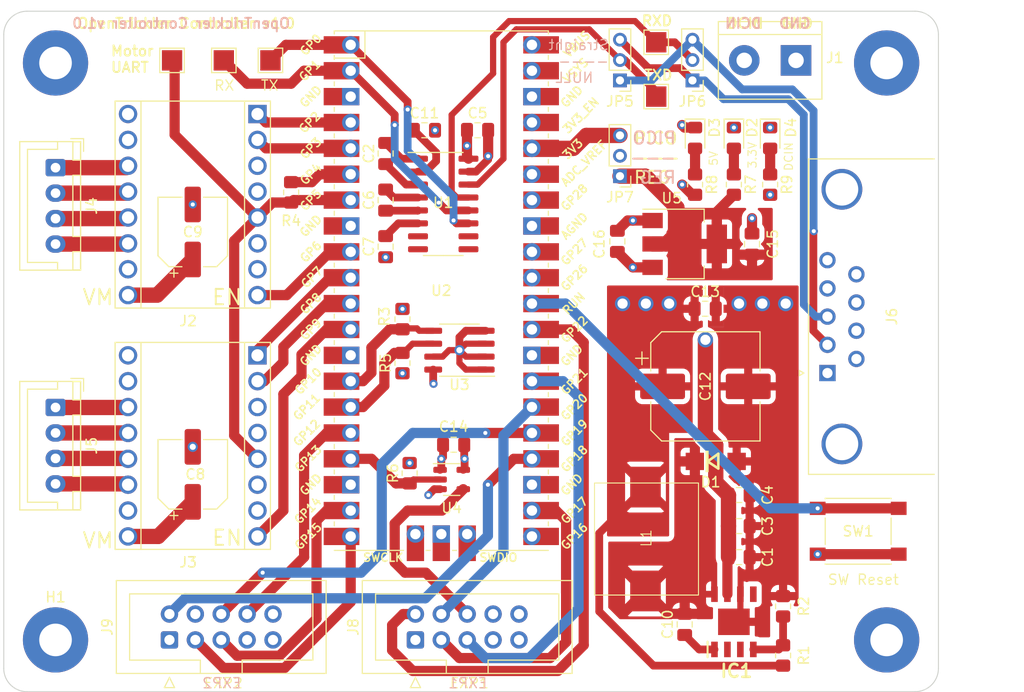
<source format=kicad_pcb>
(kicad_pcb (version 20221018) (generator pcbnew)
  (layers (0 "F.Cu" signal) (1 "In1.Cu" power "GND") (2 "In2.Cu" power "PWR") (31 "B.Cu" signal) (34 "B.Paste" user) (35 "F.Paste" user) (36 "B.SilkS" user "B.Silkscreen") (37 "F.SilkS" user "F.Silkscreen") (38 "B.Mask" user) (39 "F.Mask" user) (44 "Edge.Cuts" user))
  (net 0 "")
  (net 1 "Net-(U1-C1+)")
  (net 2 "Net-(U1-C1-)")
  (net 3 "GND")
  (net 4 "+5V")
  (net 5 "Net-(U1-C2+)")
  (net 6 "Net-(U1-C2-)")
  (net 7 "Net-(U1-VS-)")
  (net 8 "Net-(U1-VS+)")
  (net 9 "VCC")
  (net 10 "M1_DIR")
  (net 11 "M1_STEP")
  (net 14 "M1_EN")
  (net 15 "Net-(J2-A2)")
  (net 16 "Net-(J2-A1)")
  (net 17 "Net-(J2-B1)")
  (net 18 "Net-(J2-B2)")
  (net 19 "M2_DIR")
  (net 20 "M2_STEP")
  (net 21 "/PH_NET")
  (net 22 "M2_EN")
  (net 23 "Net-(J3-A2)")
  (net 24 "Net-(J3-A1)")
  (net 25 "Net-(J3-B1)")
  (net 26 "Net-(J3-B2)")
  (net 34 "LCD_CS")
  (net 35 "LCD_RST")
  (net 37 "BTN_ENC")
  (net 38 "LCD_A0")
  (net 39 "NEOPIXEL")
  (net 42 "BTN_EN1")
  (net 43 "BTN_EN2")
  (net 45 "LED_SCK")
  (net 47 "LCD_MOSI")
  (net 48 "BTN_RST")
  (net 49 "MOTOR_UART")
  (net 50 "SCALE_RXD")
  (net 51 "SCALE_TXD")
  (net 52 "UART1_TX")
  (net 53 "SCALE_UART_TX")
  (net 54 "SCALE_UART_RX")
  (net 55 "EEPROM_SDA")
  (net 56 "EEPROM_SCL")
  (net 57 "SPI0_MISO")
  (net 58 "+3.3V")
  (net 59 "PICO_RESET_BTN")
  (net 60 "Net-(IC1-BOOT)")
  (net 63 "Net-(IC1-VSENSE)")
  (net 77 "NEOPIXEL_5V")
  (net 78 "3.3V_REG")
  (net 79 "Net-(D2-A)")
  (net 80 "Net-(D3-A)")
  (net 81 "Net-(D4-A)")
  (net 82 "RS232_PIN2")
  (net 83 "RS232_PIN3")
  (net 84 "3.3V_PICO")
  (footprint "Diode_SMD:D_0805_2012Metric_Pad1.15x1.40mm_HandSolder" (layer "F.Cu") (at 141.732 86.614 -90)
    (fp_text reference "D2")
    (fp_text value "GREEN")
  )
  (footprint "MountingHole:MountingHole_3.2mm_M3_Pad" (layer "F.Cu") (at 156.718 135.89)
    (fp_text reference "H4" hide)
    (fp_text value "~")
  )
  (footprint "Connector_Dsub:DSUB-9_Male_Horizontal_P2.77x2.84mm_EdgePinOffset7.70mm_Housed_MountingHolesOffset9.12mm" (layer "F.Cu") (at 150.911669 109.69 90)
    (fp_text reference "J6")
    (fp_text value "~")
  )
  (footprint "Resistor_SMD:R_0805_2012Metric_Pad1.20x1.40mm_HandSolder" (layer "F.Cu") (at 109.22 108.712 90)
    (fp_text reference "R5")
    (fp_text value "10K")
  )
  (footprint "MountingHole:MountingHole_3.2mm_M3_Pad" (layer "F.Cu") (at 75.184 79.248)
    (fp_text reference "H2" hide)
    (fp_text value "~")
  )
  (footprint "Package_SO:SO-8_3.9x4.9mm_P1.27mm" (layer "F.Cu") (at 114.808 107.442 180)
    (fp_text reference "U3")
    (fp_text value "CAT24C256")
  )
  (footprint "Resistor_SMD:R_0805_2012Metric_Pad1.20x1.40mm_HandSolder" (layer "F.Cu") (at 141.732 91.186 -90)
    (fp_text reference "R7")
    (fp_text value "300")
  )
  (footprint "Capacitor_SMD:C_0805_2012Metric_Pad1.18x1.45mm_HandSolder" (layer "F.Cu") (at 114.24 116.728 180)
    (fp_text reference "C14")
    (fp_text value "100nF")
  )
  (footprint "Capacitor_SMD:CP_Elec_6.3x7.7" (layer "F.Cu") (at 88.646 119.634 90)
    (fp_text reference "C8")
    (fp_text value "100uF")
  )
  (footprint "Button_Switch_SMD:SW_Push_1P1T_NO_6x6mm_H9.5mm" (layer "F.Cu") (at 153.924 125.222)
    (fp_text reference "SW1")
    (fp_text value "SW_Push")
  )
  (footprint "TestPoint:TestPoint_Pad_2.0x2.0mm" (layer "F.Cu") (at 134.112 77.216)
    (fp_text reference "TP5" hide)
    (fp_text value "~")
  )
  (footprint "Resistor_SMD:R_0805_2012Metric_Pad1.20x1.40mm_HandSolder" (layer "F.Cu") (at 145.288 91.186 -90)
    (fp_text reference "R9")
    (fp_text value "4.7k")
  )
  (footprint "Resistor_SMD:R_0805_2012Metric_Pad1.20x1.40mm_HandSolder" (layer "F.Cu") (at 98.298 91.948 90)
    (fp_text reference "R4")
    (fp_text value "1K")
  )
  (footprint "Connector_PinHeader_2.00mm:PinHeader_1x03_P2.00mm_Vertical" (layer "F.Cu") (at 130.556 80.962 180)
    (fp_text reference "JP5")
    (fp_text value "~")
  )
  (footprint "Extra Footprints:Power Inductor 10x11" (layer "F.Cu") (at 128.0585 131.484 90)
    (fp_text reference "L1")
    (fp_text value "15uH")
  )
  (footprint "TestPoint:TestPoint_Pad_2.0x2.0mm" (layer "F.Cu") (at 91.694 78.994)
    (fp_text reference "TP3" hide)
    (fp_text value "~")
  )
  (footprint "Diode_SMD:D_0805_2012Metric_Pad1.15x1.40mm_HandSolder" (layer "F.Cu") (at 145.288 86.614 -90)
    (fp_text reference "D4")
    (fp_text value "RED")
  )
  (footprint "Package_TO_SOT_SMD:SOT-223-3_TabPin2" (layer "F.Cu") (at 136.906 97.014)
    (fp_text reference "U5")
    (fp_text value "AMS1117-3.3")
  )
  (footprint "Capacitor_SMD:C_0805_2012Metric_Pad1.18x1.45mm_HandSolder" (layer "F.Cu") (at 107.566 92.71 -90)
    (fp_text reference "C6")
    (fp_text value "100nF")
  )
  (footprint "Capacitor_SMD:C_0805_2012Metric_Pad1.18x1.45mm_HandSolder" (layer "F.Cu") (at 107.566 88.138 -90)
    (fp_text reference "C2")
    (fp_text value "100nF")
  )
  (footprint "Capacitor_SMD:C_0805_2012Metric_Pad1.18x1.45mm_HandSolder" (layer "F.Cu") (at 142.24 121.666)
    (fp_text reference "C4")
    (fp_text value "10nF")
  )
  (footprint "Resistor_SMD:R_0805_2012Metric_Pad1.20x1.40mm_HandSolder" (layer "F.Cu") (at 137.922 91.186 -90)
    (fp_text reference "R8")
    (fp_text value "680")
  )
  (footprint "MountingHole:MountingHole_3.2mm_M3_Pad" (layer "F.Cu") (at 156.718 79.248)
    (fp_text reference "H3" hide)
    (fp_text value "~")
  )
  (footprint "Connector_IDC:IDC-Header_2x05_P2.54mm_Vertical" (layer "F.Cu") (at 110.49 135.89 90)
    (fp_text reference "J8")
    (fp_text value "EXP1")
  )
  (footprint "TerminalBlock:TerminalBlock_bornier-2_P5.08mm" (layer "F.Cu") (at 147.828 78.994 180)
    (fp_text reference "J1")
    (fp_text value "DC12V/24V")
  )
  (footprint "TestPoint:TestPoint_Pad_2.0x2.0mm" (layer "F.Cu") (at 96.266 78.994)
    (fp_text reference "TP2" hide)
    (fp_text value "~")
  )
  (footprint "MountingHole:MountingHole_3.2mm_M3_Pad" (layer "F.Cu") (at 75.184 135.89)
    (fp_text reference "H1")
    (fp_text value "~")
  )
  (footprint "Capacitor_SMD:C_0805_2012Metric_Pad1.18x1.45mm_HandSolder" (layer "F.Cu") (at 138.9165 103.378)
    (fp_text reference "C13")
    (fp_text value "10nF")
  )
  (footprint "Capacitor_SMD:CP_Elec_6.3x7.7" (layer "F.Cu") (at 88.646 95.84 90)
    (fp_text reference "C9")
    (fp_text value "100uF")
  )
  (footprint "Package_TO_SOT_SMD:SOT-23-5" (layer "F.Cu") (at 114.046 120.142)
    (fp_text reference "U4")
    (fp_text value "74LVC1G125")
  )
  (footprint "Connector_JST:JST_XH_B4B-XH-A_1x04_P2.50mm_Vertical" (layer "F.Cu") (at 75.184 89.528 -90)
    (fp_text reference "J4")
    (fp_text value "Motor 1")
  )
  (footprint "Connector_PinHeader_2.00mm:PinHeader_1x03_P2.00mm_Vertical" (layer "F.Cu") (at 137.668 80.962 180)
    (fp_text reference "JP6")
    (fp_text value "~")
  )
  (footprint "Capacitor_SMD:C_0805_2012Metric_Pad1.18x1.45mm_HandSolder" (layer "F.Cu") (at 142.24 124.714)
    (fp_text reference "C3")
    (fp_text value "4.7uF")
  )
  (footprint "Connector_JST:JST_XH_B4B-XH-A_1x04_P2.50mm_Vertical" (layer "F.Cu") (at 75.184 113.07 -90)
    (fp_text reference "J5")
    (fp_text value "Motor 2")
  )
  (footprint "Capacitor_SMD:C_0805_2012Metric_Pad1.18x1.45mm_HandSolder" (layer "F.Cu") (at 142.24 127.762)
    (fp_text reference "C1")
    (fp_text value "4.7uF")
  )
  (footprint "RPi_Pico:RPi_Pico_SMD_TH" (layer "F.Cu") (at 113.03 101.6)
    (fp_text reference "U2")
    (fp_text value "Pico")
  )
  (footprint "Connector_IDC:IDC-Header_2x05_P2.54mm_Vertical" (layer "F.Cu") (at 86.36 135.89 90)
    (fp_text reference "J9")
    (fp_text value "EXP2")
  )
  (footprint "Diode_SMD:D_0805_2012Metric_Pad1.15x1.40mm_HandSolder" (layer "F.Cu") (at 137.922 86.614 -90)
    (fp_text reference "D3")
    (fp_text value "ORANGE")
  )
  (footprint "Resistor_SMD:R_0805_2012Metric_Pad1.20x1.40mm_HandSolder" (layer "F.Cu") (at 109.922 119.522 90)
    (fp_text reference "R6")
    (fp_text value "4.7k")
  )
  (footprint "Resistor_SMD:R_0805_2012Metric_Pad1.20x1.40mm_HandSolder" (layer "F.Cu") (at 146.558 132.588 90)
    (fp_text reference "R2")
    (fp_text value "3.16K")
  )
  (footprint "Capacitor_SMD:C_0805_2012Metric_Pad1.18x1.45mm_HandSolder" (layer "F.Cu") (at 143.51 97.028 90)
    (fp_text reference "C15")
    (fp_text value "10nF")
  )
  (footprint "Connector_PinHeader_2.00mm:PinHeader_1x03_P2.00mm_Vertical" (layer "F.Cu") (at 130.556 90.36 180)
    (fp_text reference "JP7")
    (fp_text value "~")
  )
  (footprint "Capacitor_SMD:C_0805_2012Metric_Pad1.18x1.45mm_HandSolder" (layer "F.Cu") (at 111.376 85.852)
    (fp_text reference "C11")
    (fp_text value "100nF")
  )
  (footprint "Extra Footprints:DO-214AC" (layer "F.Cu") (at 139.954 118.364)
    (fp_text reference "D1")
    (fp_text value "SS54")
  )
  (footprint "Extra Footprints:Conn_StepStick_smaller_hole" (layer "F.Cu") (at 94.996 107.95 180)
    (fp_text reference "J3")
    (fp_text value "TMC2209 Motor 2")
  )
  (footprint "Package_SO:SOIC-16_3.9x9.9mm_P1.27mm" (layer "F.Cu") (at 113.219 93.091)
    (fp_text reference "U1")
    (fp_text value "MAX3232")
  )
  (footprint "Capacitor_SMD:CP_Elec_10x10.5" (layer "F.Cu") (at 138.938 110.998)
    (fp_text reference "C12")
    (fp_text value "330uF")
  )
  (footprint "Capacitor_SMD:C_0805_2012Metric_Pad1.18x1.45mm_HandSolder" (layer "F.Cu") (at 116.586 85.852)
    (fp_text reference "C5")
    (fp_text value "100nF")
  )
  (footprint "Resistor_SMD:R_0805_2012Metric_Pad1.20x1.40mm_HandSolder" (layer "F.Cu") (at 109.22 104.394 -90)
    (fp_text reference "R3")
    (fp_text value "10K")
  )
  (footprint "Capacitor_SMD:C_0805_2012Metric_Pad1.18x1.45mm_HandSolder" (layer "F.Cu") (at 107.566 97.282 90)
    (fp_text reference "C7")
    (fp_text value "100nF")
  )
  (footprint "Capacitor_SMD:C_0805_2012Metric_Pad1.18x1.45mm_HandSolder" (layer "F.Cu") (at 136.906 134.366 90)
    (fp_text reference "C10")
    (fp_text value "10nF")
  )
  (footprint "Extra Footprints:Conn_StepStick_smaller_hole" (layer "F.Cu") (at 94.996 84.26 180)
    (fp_text reference "J2")
    (fp_text value "TMC2209 Motor 1")
  )
  (footprint "Capacitor_SMD:C_0805_2012Metric_Pad1.18x1.45mm_HandSolder" (layer "F.Cu") (at 130.302 96.76 90)
    (fp_text reference "C16")
    (fp_text value "10nF")
  )
  (footprint "Resistor_SMD:R_0805_2012Metric_Pad1.20x1.40mm_HandSolder" (layer "F.Cu") (at 146.558 137.414 90)
    (fp_text reference "R1")
    (fp_text value "10K")
  )
  (footprint "TestPoint:TestPoint_Pad_2.0x2.0mm" (layer "F.Cu") (at 134.112 82.55)
    (fp_text reference "TP4" hide)
    (fp_text value "~")
  )
  (footprint "TestPoint:TestPoint_Pad_2.0x2.0mm" (layer "F.Cu") (at 86.614 78.994)
    (fp_text reference "TP_UART1" hide)
    (fp_text value "~")
  )
  (footprint "Extra Footprints:SOIC127P600X170-9N" (layer "F.Cu") (at 141.732 134.112 90)
    (fp_text reference "IC1")
    (fp_text value "TPS5450DDA" hide)
  )
  (gr_arc (start 161.798 138.684) (mid 161.128446 140.300446) (end 159.512 140.97) (stroke (width 0.1)) (layer "Edge.Cuts"))
  (gr_line (start 161.798 76.454) (end 161.798 138.684) (stroke (width 0.1)) (layer "Edge.Cuts"))
  (gr_arc (start 70.104 76.454) (mid 70.773554 74.837554) (end 72.39 74.168) (stroke (width 0.1)) (layer "Edge.Cuts"))
  (gr_line (start 159.512 140.97) (end 72.39 140.97) (stroke (width 0.1)) (layer "Edge.Cuts"))
  (gr_arc (start 159.512 74.168) (mid 161.128446 74.837554) (end 161.798 76.454) (stroke (width 0.1)) (layer "Edge.Cuts"))
  (gr_arc (start 72.39 140.97) (mid 70.773554 140.300446) (end 70.104 138.684) (stroke (width 0.1)) (layer "Edge.Cuts"))
  (gr_line (start 72.39 74.168) (end 159.512 74.168) (stroke (width 0.1)) (layer "Edge.Cuts"))
  (gr_line (start 70.104 138.684) (end 70.104 76.454) (stroke (width 0.1)) (layer "Edge.Cuts"))
  (gr_text "DCIN" (at 144.526 75.946) (layer "B.SilkS") (effects (font (size 1 1) (thickness 0.1875)) (justify left bottom mirror)))
  (gr_text "GND" (at 149.352 75.946) (layer "B.SilkS") (effects (font (size 1 1) (thickness 0.1875)) (justify left bottom mirror)))
  (gr_text "EXP1" (at 117.602 140.716) (layer "B.SilkS") (effects (font (size 1 1) (thickness 0.125)) (justify left bottom mirror)))
  (gr_text "Straight\n----\n  NULL" (at 129.54 81.28) (layer "B.SilkS") (effects (font (size 1 1) (thickness 0.125)) (justify left bottom mirror)))
  (gr_text "OpenTrickler Controller v1.0" (at 98.298 75.946) (layer "B.SilkS") (effects (font (size 1 1) (thickness 0.1875)) (justify left bottom mirror)))
  (gr_text "PICO\n---\nREG" (at 136.144 91.186) (layer "B.SilkS") (effects (font (size 1.2 1.2) (thickness 0.1875)) (justify left bottom mirror)))
  (gr_text "EXP2" (at 93.472 140.716) (layer "B.SilkS") (effects (font (size 1 1) (thickness 0.125)) (justify left bottom mirror)))
  (gr_text "EXP2" (at 89.662 140.716) (layer "F.SilkS") (effects (font (size 1 1) (thickness 0.125)) (justify left bottom)))
  (gr_text "Motor\nUART" (at 80.518 80.264) (layer "F.SilkS") (effects (font (size 1 1) (thickness 0.1875)) (justify left bottom)))
  (gr_text "TXD" (at 132.842 81.026) (layer "F.SilkS") (effects (font (size 1 1) (thickness 0.1875)) (justify left bottom)))
  (gr_text "3.3V" (at 144.018 89.662 90) (layer "F.SilkS") (effects (font (size 0.8 0.8) (thickness 0.1)) (justify left bottom)))
  (gr_text "5V" (at 140.208 89.408 90) (layer "F.SilkS") (effects (font (size 0.8 0.8) (thickness 0.1)) (justify left bottom)))
  (gr_text "OpenTrickler Controller v1.0" (at 77.216 75.946) (layer "F.SilkS") (effects (font (size 1 1) (thickness 0.1875)) (justify left bottom)))
  (gr_text "DCIN" (at 140.97 75.946) (layer "F.SilkS") (effects (font (size 1 1) (thickness 0.1875)) (justify left bottom)))
  (gr_text "SW Reset" (at 150.876 130.556) (layer "F.SilkS") (effects (font (size 1 1) (thickness 0.125)) (justify left bottom)))
  (gr_text "PICO\n---\nREG" (at 131.826 91.186) (layer "F.SilkS") (effects (font (size 1.2 1.2) (thickness 0.1875)) (justify left bottom)))
  (gr_text "RXD" (at 132.588 75.692) (layer "F.SilkS") (effects (font (size 1 1) (thickness 0.1875)) (justify left bottom)))
  (gr_text "VM" (at 77.724 127) (layer "F.SilkS") (effects (font (size 1.5 1.5) (thickness 0.1875)) (justify left bottom)))
  (gr_text "EN" (at 90.424 126.746) (layer "F.SilkS") (effects (font (size 1.5 1.5) (thickness 0.1875)) (justify left bottom)))
  (gr_text "EN" (at 90.424 103.124) (layer "F.SilkS") (effects (font (size 1.5 1.5) (thickness 0.1875)) (justify left bottom)))
  (gr_text "GND" (at 146.304 75.946) (layer "F.SilkS") (effects (font (size 1 1) (thickness 0.1875)) (justify left bottom)))
  (gr_text "EXP1" (at 113.792 140.716) (layer "F.SilkS") (effects (font (size 1 1) (thickness 0.125)) (justify left bottom)))
  (gr_text "TX" (at 95.25 82.042) (layer "F.SilkS") (effects (font (size 1 1) (thickness 0.125)) (justify left bottom)))
  (gr_text "DCIN" (at 147.574 89.916 90) (layer "F.SilkS") (effects (font (size 0.8 0.8) (thickness 0.1)) (justify left bottom)))
  (gr_text "VM" (at 77.724 103.124) (layer "F.SilkS") (effects (font (size 1.5 1.5) (thickness 0.1875)) (justify left bottom)))
  (gr_text "RX" (at 90.678 82.042) (layer "F.SilkS") (effects (font (size 1 1) (thickness 0.125)) (justify left bottom)))
  (segment (start 109.1115 88.646) (end 107.566 87.1005) (width 0.762) (layer "F.Cu") (net 1))
  (segment (start 110.744 88.646) (end 109.1115 88.646) (width 0.762) (layer "F.Cu") (net 1))
  (segment (start 109.5765 91.186) (end 110.744 91.186) (width 0.762) (layer "F.Cu") (net 2))
  (segment (start 107.566 89.1755) (end 109.5765 91.186) (width 0.762) (layer "F.Cu") (net 2))
  (segment (start 117.383 109.347) (end 115.443 109.347) (width 0.6096) (layer "F.Cu") (net 3))
  (segment (start 115.443 108.077) (end 114.808 107.442) (width 0.6096) (layer "F.Cu") (net 3))
  (segment (start 113.157 108.077) (end 113.792 107.442) (width 0.6096) (layer "F.Cu") (net 3))
  (segment (start 117.6235 88.392) (end 117.6235 88.72529) (width 0.762) (layer "F.Cu") (net 3))
  (segment (start 157.899 127.472) (end 149.949 127.472) (width 1) (layer "F.Cu") (net 3))
  (segment (start 131.3105 94.714) (end 130.302 95.7225) (width 1) (layer "F.Cu") (net 3))
  (segment (start 117.6235 85.852) (end 117.6235 88.392) (width 1) (layer "F.Cu") (net 3))
  (segment (start 112.334 121.092) (end 111.76 121.666) (width 0.762) (layer "F.Cu") (net 3))
  (segment (start 117.6235 88.72529) (end 116.43279 89.916) (width 0.762) (layer "F.Cu") (net 3))
  (segment (start 112.9085 121.092) (end 112.334 121.092) (width 0.762) (layer "F.Cu") (net 3))
  (segment (start 115.443 105.537) (end 114.808 106.172) (width 0.762) (layer "F.Cu") (net 3))
  (segment (start 136.897 85.589) (end 136.652 85.344) (width 1) (layer "F.Cu") (net 3))
  (segment (start 113.03 118.11) (end 113.03 119.0705) (width 0.762) (layer "F.Cu") (net 3))
  (segment (start 142.367 133.477) (end 141.732 134.112) (width 0.762) (layer "F.Cu") (net 3))
  (segment (start 115.443 106.807) (end 114.808 107.442) (width 0.6096) (layer "F.Cu") (net 3))
  (segment (start 142.367 131.4) (end 142.367 133.477) (width 0.6096) (layer "F.Cu") (net 3))
  (segment (start 115.443 109.347) (end 114.808 108.712) (width 0.6096) (layer "F.Cu") (net 3))
  (segment (start 114.808 106.172) (end 114.808 107.442) (width 0.762) (layer "F.Cu") (net 3))
  (segment (start 112.233 108.077) (end 113.157 108.077) (width 0.6096) (layer "F.Cu") (net 3))
  (segment (start 143.51 94.488) (end 143.51 95.9905) (width 1) (layer "F.Cu") (net 3))
  (segment (start 137.922 85.589) (end 136.897 85.589) (width 1) (layer "F.Cu") (net 3))
  (segment (start 117.383 108.077) (end 115.443 108.077) (width 0.6096) (layer "F.Cu") (net 3))
  (segment (start 113.03 119.0705) (end 112.9085 119.192) (width 0.762) (layer "F.Cu") (net 3))
  (segment (start 113.792 107.442) (end 114.808 107.442) (width 0.6096) (layer "F.Cu") (net 3))
  (segment (start 116.43279 89.916) (end 115.694 89.916) (width 0.762) (layer "F.Cu") (net 3))
  (segment (start 117.383 105.537) (end 115.443 105.537) (width 0.762) (layer "F.Cu") (net 3))
  (segment (start 131.826 94.714) (end 131.3105 94.714) (width 1) (layer "F.Cu") (net 3))
  (segment (start 113.2025 117.9375) (end 113.03 118.11) (width 0.762) (layer "F.Cu") (net 3))
  (segment (start 133.756 94.714) (end 131.826 94.714) (width 1) (layer "F.Cu") (net 3))
  (segment (start 117.383 106.807) (end 115.443 106.807) (width 0.6096) (layer "F.Cu") (net 3))
  (segment (start 114.808 108.712) (end 114.808 107.442) (width 0.6096) (layer "F.Cu") (net 3))
  (segment (start 113.2025 116.728) (end 113.2025 117.9375) (width 0.762) (layer "F.Cu") (net 3))
  (via (at 145.288 85.589) (size 0.8) (drill 0.4) (layers "F.Cu" "B.Cu") (net 3))
  (via (at 117.6235 88.392) (size 0.8) (drill 0.4) (layers "F.Cu" "B.Cu") (net 3))
  (via (at 109.922 118.522) (size 0.8) (drill 0.4) (layers "F.Cu" "B.Cu") (net 3))
  (via (at 144.526 102.87) (size 1.5) (drill 1) (layers "F.Cu" "B.Cu") (net 3))
  (via (at 112.4135 85.852) (size 0.8) (drill 0.4) (layers "F.Cu" "B.Cu") (net 3))
  (via (at 88.646 93.14) (size 0.8) (drill 0.4) (layers "F.Cu" "B.Cu") (net 3))
  (via (at 143.51 94.488) (size 0.8) (drill 0.4) (layers "F.Cu" "B.Cu") (net 3))
  (via (at 113.03 118.11) (size 0.8) (drill 0.4) (layers "F.Cu" "B.Cu") (net 3))
  (via (at 114.808 107.442) (size 1) (drill 0.6) (layers "F.Cu" "B.Cu") (net 3))
  (via (at 131.826 94.714) (size 0.8) (drill 0.4) (layers "F.Cu" "B.Cu") (net 3))
  (via (at 146.812 102.87) (size 1.5) (drill 1) (layers "F.Cu" "B.Cu") (net 3))
  (via (at 149.949 127.472) (size 0.8) (drill 0.4) (layers "F.Cu" "B.Cu") (net 3))
  (via (at 107.566 98.3195) (size 0.8) (drill 0.4) (layers "F.Cu" "B.Cu") (net 3))
  (via (at 111.76 121.666) (size 0.8) (drill 0.4) (layers "F.Cu" "B.Cu") (net 3))
  (via (at 141.732 85.589) (size 0.8) (drill 0.4) (layers "F.Cu" "B.Cu") (net 3))
  (via (at 142.24 102.87) (size 1.5) (drill 1) (layers "F.Cu" "B.Cu") (net 3))
  (via (at 136.652 85.344) (size 0.8) (drill 0.4) (layers "F.Cu" "B.Cu") (net 3))
  (via (at 88.646 116.934) (size 1) (drill 0.6) (layers "F.Cu" "B.Cu") (net 3))
  (segment (start 133.842 138.414) (end 128.524 133.096) (width 0.762) (layer "F.Cu") (net 4))
  (segment (start 146.558 138.414) (end 133.842 138.414) (width 0.762) (layer "F.Cu") (net 4))
  (segment (start 136.652 91.186) (end 137.652 92.186) (width 1) (layer "F.Cu") (net 4))
  (segment (start 131.8185 99.314) (end 133.756 99.314) (width 1) (layer "F.Cu") (net 4))
  (segment (start 115.2775 118.0715) (end 115.316 118.11) (width 0.762) (layer "F.Cu") (net 4))
  (segment (start 130.302 97.7975) (end 131.8185 99.314) (width 1) (layer "F.Cu") (net 4))
  (segment (start 115.2775 116.728) (end 115.2775 118.0715) (width 0.762) (layer "F.Cu") (net 4))
  (segment (start 115.1835 119.192) (end 115.316 119.0595) (width 0.762) (layer "F.Cu") (net 4))
  (segment (start 128.524 125.4185) (end 133.0585 120.884) (width 0.762) (layer "F.Cu") (net 4))
  (segment (start 137.652 92.186) (end 137.922 92.186) (width 1) (layer "F.Cu") (net 4))
  (segment (start 128.524 133.096) (end 128.524 125.4185) (width 0.762) (layer "F.Cu") (net 4))
  (segment (start 115.316 119.0595) (end 115.316 118.11) (width 0.762) (layer "F.Cu") (net 4))
  (via (at 131.8185 99.314) (size 0.8) (drill 0.4) (layers "F.Cu" "B.Cu") (net 4))
  (via (at 136.652 91.186) (size 0.8) (drill 0.4) (layers "F.Cu" "B.Cu") (net 4))
  (via (at 115.316 118.11) (size 0.8) (drill 0.4) (layers "F.Cu" "B.Cu") (net 4))
  (via (at 133.096 102.87) (size 1.5) (drill 1) (layers "F.Cu" "B.Cu") (net 4))
  (via (at 130.81 102.87) (size 1.5) (drill 1) (layers "F.Cu" "B.Cu") (net 4))
  (via (at 135.382 102.87) (size 1.5) (drill 1) (layers "F.Cu" "B.Cu") (net 4))
  (segment (start 107.566 91.6725) (end 108.3495 92.456) (width 0.762) (layer "F.Cu") (net 5))
  (segment (start 108.3495 92.456) (end 110.744 92.456) (width 0.762) (layer "F.Cu") (net 5))
  (segment (start 110.7225 93.7475) (end 110.744 93.726) (width 0.762) (layer "F.Cu") (net 6))
  (segment (start 107.566 93.7475) (end 110.7225 93.7475) (width 0.762) (layer "F.Cu") (net 6))
  (segment (start 108.8145 94.996) (end 110.744 94.996) (width 0.762) (layer "F.Cu") (net 7))
  (segment (start 107.566 96.2445) (end 108.8145 94.996) (width 0.762) (layer "F.Cu") (net 7))
  (segment (start 110.3385 85.852) (end 112.522 88.0355) (width 0.762) (layer "F.Cu") (net 8))
  (segment (start 112.522 88.0355) (end 112.522 88.87679) (width 0.762) (layer "F.Cu") (net 8))
  (segment (start 111.48279 89.916) (end 110.744 89.916) (width 0.762) (layer "F.Cu") (net 8))
  (segment (start 112.522 88.87679) (end 111.48279 89.916) (width 0.762) (layer "F.Cu") (net 8))
  (segment (start 141.097 127.8675) (end 141.2025 127.762) (width 1) (layer "F.Cu") (net 9))
  (segment (start 141.097 131.4) (end 141.097 127.8675) (width 1) (layer "F.Cu") (net 9))
  (segment (start 141.2025 127.762) (end 141.2025 124.714) (width 1.5) (layer "F.Cu") (net 9))
  (segment (start 139.954 120.4175) (end 141.2025 121.666) (width 1.5) (layer "F.Cu") (net 9))
  (segment (start 85.146 102.04) (end 88.646 98.54) (width 1.5) (layer "F.Cu") (net 9))
  (segment (start 82.296 102.04) (end 85.146 102.04) (width 1.5) (layer "F.Cu") (net 9))
  (segment (start 138.938 115.748) (end 139.954 116.764) (width 1.5) (layer "F.Cu") (net 9))
  (segment (start 139.954 116.764) (end 139.954 120.4175) (width 1.5) (layer "F.Cu") (net 9))
  (segment (start 85.25 125.73) (end 88.646 122.334) (width 1.5) (layer "F.Cu") (net 9))
  (segment (start 141.2025 124.714) (end 141.2025 121.666) (width 1.5) (layer "F.Cu") (net 9))
  (segment (start 82.296 125.73) (end 85.25 125.73) (width 1.5) (layer "F.Cu") (net 9))
  (segment (start 138.938 106.426) (end 138.938 115.748) (width 1.5) (layer "F.Cu") (net 9))
  (via (at 138.938 106.426) (size 1.5) (drill 1) (layers "F.Cu" "B.Cu") (net 9))
  (via (at 145.288 92.186) (size 0.8) (drill 0.4) (layers "F.Cu" "B.Cu") (net 9))
  (segment (start 95.826 85.09) (end 104.14 85.09) (width 1) (layer "F.Cu") (net 10))
  (segment (start 94.996 84.26) (end 95.826 85.09) (width 1) (layer "F.Cu") (net 10))
  (segment (start 94.996 86.8) (end 95.826 87.63) (width 1) (layer "F.Cu") (net 11))
  (segment (start 95.826 87.63) (end 104.14 87.63) (width 1) (layer "F.Cu") (net 11))
  (segment (start 102.108 97.79) (end 104.14 97.79) (width 1) (layer "F.Cu") (net 14))
  (segment (start 94.996 102.04) (end 97.858 102.04) (width 1) (layer "F.Cu") (net 14))
  (segment (start 97.858 102.04) (end 102.108 97.79) (width 1) (layer "F.Cu") (net 14))
  (segment (start 75.184 97.028) (end 82.228 97.028) (width 1.5) (layer "F.Cu") (net 15))
  (segment (start 82.228 97.028) (end 82.296 96.96) (width 1) (layer "F.Cu") (net 15))
  (segment (start 75.184 94.528) (end 82.188 94.528) (width 1.5) (layer "F.Cu") (net 16))
  (segment (start 82.188 94.528) (end 82.296 94.42) (width 1) (layer "F.Cu") (net 16))
  (segment (start 82.148 92.028) (end 82.296 91.88) (width 1) (layer "F.Cu") (net 17))
  (segment (start 75.184 92.028) (end 82.148 92.028) (width 1.5) (layer "F.Cu") (net 17))
  (segment (start 75.184 89.528) (end 82.108 89.528) (width 1.5) (layer "F.Cu") (net 18))
  (segment (start 82.108 89.528) (end 82.296 89.34) (width 1) (layer "F.Cu") (net 18))
  (segment (start 94.996 107.442) (end 102.108 100.33) (width 1) (layer "F.Cu") (net 19))
  (segment (start 94.996 107.95) (end 94.996 107.442) (width 1) (layer "F.Cu") (net 19))
  (segment (start 102.108 100.33) (end 104.14 100.33) (width 1) (layer "F.Cu") (net 19))
  (segment (start 97.536 107.114) (end 101.78 102.87) (width 1) (layer "F.Cu") (net 20))
  (segment (start 101.78 102.87) (end 104.14 102.87) (width 1) (layer "F.Cu") (net 20))
  (segment (start 95.656 110.49) (end 97.536 108.61) (width 1) (layer "F.Cu") (net 20))
  (segment (start 94.996 110.49) (end 95.656 110.49) (width 1) (layer "F.Cu") (net 20))
  (segment (start 97.536 108.61) (end 97.536 107.114) (width 1) (layer "F.Cu") (net 20))
  (segment (start 99.314 107.876) (end 99.314 109.982) (width 1) (layer "F.Cu") (net 22))
  (segment (start 97.536 123.19) (end 94.996 125.73) (width 1) (layer "F.Cu") (net 22))
  (segment (start 104.14 105.41) (end 101.78 105.41) (width 1) (layer "F.Cu") (net 22))
  (segment (start 101.78 105.41) (end 99.314 107.876) (width 1) (layer "F.Cu") (net 22))
  (segment (start 97.536 111.76) (end 97.536 123.19) (width 1) (layer "F.Cu") (net 22))
  (segment (start 99.314 109.982) (end 97.536 111.76) (width 1) (layer "F.Cu") (net 22))
  (segment (start 75.184 120.57) (end 82.216 120.57) (width 1.5) (layer "F.Cu") (net 23))
  (segment (start 82.216 120.57) (end 82.296 120.65) (width 1) (layer "F.Cu") (net 23))
  (segment (start 75.184 118.07) (end 82.256 118.07) (width 1.5) (layer "F.Cu") (net 24))
  (segment (start 82.256 118.07) (end 82.296 118.11) (width 1) (layer "F.Cu") (net 24))
  (segment (start 75.184 115.57) (end 82.296 115.57) (width 1.5) (layer "F.Cu") (net 25))
  (segment (start 75.184 113.07) (end 82.256 113.07) (width 1.5) (layer "F.Cu") (net 26))
  (segment (start 82.256 113.07) (end 82.296 113.03) (width 1) (layer "F.Cu") (net 26))
  (segment (start 124.28 123.19) (end 125.27 124.18) (width 1) (layer "F.Cu") (net 34))
  (segment (start 123.698 137.668) (end 114.808 137.668) (width 1) (layer "F.Cu") (net 34))
  (segment (start 125.27 136.096) (end 123.698 137.668) (width 1) (layer "F.Cu") (net 34))
  (segment (start 114.808 137.668) (end 113.03 135.89) (width 1) (layer "F.Cu") (net 34))
  (segment (start 121.92 123.19) (end 124.28 123.19) (width 1) (layer "F.Cu") (net 34))
  (segment (start 125.27 124.18) (end 125.27 136.096) (width 1) (layer "F.Cu") (net 34))
  (segment (start 124.968 110.49) (end 121.92 110.49) (width 1) (layer "B.Cu") (net 35))
  (segment (start 121.666 137.668) (end 126.492 132.842) (width 1) (layer "B.Cu") (net 35))
  (segment (start 126.492 112.014) (end 124.968 110.49) (width 1) (layer "B.Cu") (net 35))
  (segment (start 115.57 135.89) (end 117.348 137.668) (width 1) (layer "B.Cu") (net 35))
  (segment (start 117.348 137.668) (end 121.666 137.668) (width 1) (layer "B.Cu") (net 35))
  (segment (start 126.492 132.842) (end 126.492 112.014) (width 1) (layer "B.Cu") (net 35))
  (segment (start 108.204 134.433919) (end 108.204 136.906) (width 1) (layer "F.Cu") (net 37))
  (segment (start 124.46 138.938) (end 127 136.398) (width 1) (layer "F.Cu") (net 37))
  (segment (start 127 106.68) (end 125.73 105.41) (width 1) (layer "F.Cu") (net 37))
  (segment (start 108.204 136.906) (end 110.236 138.938) (width 1) (layer "F.Cu") (net 37))
  (segment (start 110.236 138.938) (end 124.46 138.938) (width 1) (layer "F.Cu") (net 37))
  (segment (start 110.49 133.35) (end 109.287919 133.35) (width 1) (layer "F.Cu") (net 37))
  (segment (start 109.287919 133.35) (end 108.204 134.433919) (width 1) (layer "F.Cu") (net 37))
  (segment (start 127 136.398) (end 127 106.68) (width 1) (layer "F.Cu") (net 37))
  (segment (start 125.73 105.41) (end 121.92 105.41) (width 1) (layer "F.Cu") (net 37))
  (segment (start 121.92 113.03) (end 119.126 115.824) (width 1) (layer "B.Cu") (net 38))
  (segment (start 119.126 127.254) (end 113.03 133.35) (width 1) (layer "B.Cu") (net 38))
  (segment (start 119.126 115.824) (end 119.126 127.254) (width 1) (layer "B.Cu") (net 38))
  (segment (start 110.302 120.142) (end 109.922 120.522) (width 0.6096) (layer "F.Cu") (net 39))
  (segment (start 106.172 118.11) (end 104.14 118.11) (width 1) (layer "F.Cu") (net 39))
  (segment (start 112.9085 120.142) (end 110.302 120.142) (width 0.6096) (layer "F.Cu") (net 39))
  (segment (start 109.922 120.522) (end 108.584 120.522) (width 1) (layer "F.Cu") (net 39))
  (segment (start 108.584 120.522) (end 106.172 118.11) (width 1) (layer "F.Cu") (net 39))
  (segment (start 88.9 135.89) (end 91.65 138.64) (width 1) (layer "F.Cu") (net 42))
  (segment (start 104.14 132.159088) (end 104.14 125.73) (width 1) (layer "F.Cu") (net 42))
  (segment (start 97.659088 138.64) (end 104.14 132.159088) (width 1) (layer "F.Cu") (net 42))
  (segment (start 91.65 138.64) (end 97.659088 138.64) (width 1) (layer "F.Cu") (net 42))
  (segment (start 100.79 133.812032) (end 97.162032 137.44) (width 1) (layer "F.Cu") (net 43))
  (segment (start 101.78 123.19) (end 100.79 124.18) (width 1) (layer "F.Cu") (net 43))
  (segment (start 104.14 123.19) (end 101.78 123.19) (width 1) (layer "F.Cu") (net 43))
  (segment (start 97.162032 137.44) (end 92.99 137.44) (width 1) (layer "F.Cu") (net 43))
  (segment (start 100.79 124.18) (end 100.79 133.812032) (width 1) (layer "F.Cu") (net 43))
  (segment (start 92.99 137.44) (end 91.44 135.89) (width 1) (layer "F.Cu") (net 43))
  (segment (start 120.142 118.11) (end 121.92 118.11) (width 1) (layer "F.Cu") (net 45))
  (segment (start 117.602 120.65) (end 120.142 118.11) (width 1) (layer "F.Cu") (net 45))
  (via (at 117.602 120.65) (size 0.8) (drill 0.4) (layers "F.Cu" "B.Cu") (net 45))
  (segment (start 86.36 133.35) (end 87.91 131.8) (width 1) (layer "B.Cu") (net 45))
  (segment (start 111.462032 131.8) (end 117.602 125.660032) (width 1) (layer "B.Cu") (net 45))
  (segment (start 117.602 125.660032) (end 117.602 120.65) (width 1) (layer "B.Cu") (net 45))
  (segment (start 87.91 131.8) (end 111.462032 131.8) (width 1) (layer "B.Cu") (net 45))
  (segment (start 91.44 133.35) (end 95.504 129.286) (width 1) (layer "F.Cu") (net 47))
  (segment (start 117.348 115.57) (end 121.92 115.57) (width 1) (layer "F.Cu") (net 47))
  (via (at 95.504 129.286) (size 0.8) (drill 0.4) (layers "F.Cu" "B.Cu") (net 47))
  (via (at 117.348 115.57) (size 0.8) (drill 0.4) (layers "F.Cu" "B.Cu") (net 47))
  (segment (start 105.156 129.286) (end 95.504 129.286) (width 1) (layer "B.Cu") (net 47))
  (segment (start 107.188 118.618) (end 107.188 127.254) (width 1) (layer "B.Cu") (net 47))
  (segment (start 110.236 115.57) (end 107.188 118.618) (width 1) (layer "B.Cu") (net 47))
  (segment (start 107.188 127.254) (end 105.156 129.286) (width 1) (layer "B.Cu") (net 47))
  (segment (start 117.348 115.57) (end 110.236 115.57) (width 1) (layer "B.Cu") (net 47))
  (segment (start 101.78 115.57) (end 104.14 115.57) (width 1) (layer "F.Cu") (net 48))
  (segment (start 93.98 133.35) (end 99.568 127.762) (width 1) (layer "F.Cu") (net 48))
  (segment (start 99.568 117.782) (end 101.78 115.57) (width 1) (layer "F.Cu") (net 48))
  (segment (start 99.568 127.762) (end 99.568 117.782) (width 1) (layer "F.Cu") (net 48))
  (segment (start 98.536 92.71) (end 98.298 92.948) (width 1) (layer "F.Cu") (net 49))
  (segment (start 92.71 96.706) (end 92.71 115.824) (width 1) (layer "F.Cu") (net 49))
  (segment (start 86.868 86.292) (end 94.996 94.42) (width 1) (layer "F.Cu") (net 49))
  (segment (start 86.868 79.248) (end 86.868 86.292) (width 1) (layer "F.Cu") (net 49))
  (segment (start 96.468 92.948) (end 94.996 94.42) (width 1) (layer "F.Cu") (net 49))
  (segment (start 104.14 92.71) (end 98.536 92.71) (width 1) (layer "F.Cu") (net 49))
  (segment (start 86.614 78.994) (end 86.868 79.248) (width 1) (layer "F.Cu") (net 49))
  (segment (start 94.996 94.42) (end 92.71 96.706) (width 1) (layer "F.Cu") (net 49))
  (segment (start 92.71 115.824) (end 94.996 118.11) (width 1) (layer "F.Cu") (net 49))
  (segment (start 98.298 92.948) (end 96.468 92.948) (width 1) (layer "F.Cu") (net 49))
  (segment (start 135.922 77.216) (end 137.668 78.962) (width 0.762) (layer "F.Cu") (net 50))
  (segment (start 114.554 92.456) (end 114.046 91.948) (width 0.6096) (layer "F.Cu") (net 50))
  (segment (start 118.11 80.2808) (end 118.11 76.708) (width 0.6096) (layer "F.Cu") (net 50))
  (segment (start 118.11 76.708) (end 119.6816 75.1364) (width 0.6096) (layer "F.Cu") (net 50))
  (segment (start 134.112 77.216) (end 135.922 77.216) (width 0.762) (layer "F.Cu") (net 50))
  (segment (start 115.694 92.456) (end 114.554 92.456) (width 0.6096) (layer "F.Cu") (net 50))
  (segment (start 119.6816 75.1364) (end 132.0324 75.1364) (width 0.6096) (layer "F.Cu") (net 50))
  (segment (start 132.0324 75.1364) (end 134.112 77.216) (width 0.6096) (layer "F.Cu") (net 50))
  (segment (start 114.046 84.3448) (end 118.11 80.2808) (width 0.6096) (layer "F.Cu") (net 50))
  (segment (start 114.046 91.948) (end 114.046 84.3448) (width 0.6096) (layer "F.Cu") (net 50))
  (segment (start 119.126 88.646) (end 119.126 77.2144) (width 0.6096) (layer "F.Cu") (net 51))
  (segment (start 131.032 78.962) (end 130.556 78.962) (width 0.762) (layer "F.Cu") (net 51))
  (segment (start 134.112 82.55) (end 134.112 82.042) (width 0.762) (layer "F.Cu") (net 51))
  (segment (start 119.126 77.2144) (end 120.3944 75.946) (width 0.6096) (layer "F.Cu") (net 51))
  (segment (start 116.586 91.186) (end 119.126 88.646) (width 0.6096) (layer "F.Cu") (net 51))
  (segment (start 134.112 82.042) (end 131.032 78.962) (width 0.762) (layer "F.Cu") (net 51))
  (segment (start 115.694 91.186) (end 116.586 91.186) (width 0.6096) (layer "F.Cu") (net 51))
  (segment (start 120.3944 75.946) (end 127.54 75.946) (width 0.6096) (layer "F.Cu") (net 51))
  (segment (start 127.54 75.946) (end 130.556 78.962) (width 0.6096) (layer "F.Cu") (net 51))
  (segment (start 100.314 90.948) (end 101.092 90.17) (width 1) (layer "F.Cu") (net 52))
  (segment (start 98.298 90.948) (end 100.314 90.948) (width 1) (layer "F.Cu") (net 52))
  (segment (start 101.092 90.17) (end 104.14 90.17) (width 1) (layer "F.Cu") (net 52))
  (segment (start 97.79 77.47) (end 104.14 77.47) (width 1) (layer "F.Cu") (net 53))
  (segment (start 114.231319 94.7065) (end 114.520819 94.996) (width 0.762) (layer "F.Cu") (net 53))
  (segment (start 96.266 78.994) (end 97.79 77.47) (width 1) (layer "F.Cu") (net 53))
  (segment (start 109.728 83.058) (end 109.728 83.82) (width 0.762) (layer "F.Cu") (net 53))
  (segment (start 114.520819 94.996) (end 115.694 94.996) (width 0.762) (layer "F.Cu") (net 53))
  (segment (start 104.14 77.47) (end 109.728 83.058) (width 0.762) (layer "F.Cu") (net 53))
  (via (at 114.231319 94.7065) (size 0.8) (drill 0.4) (layers "F.Cu" "B.Cu") (net 53))
  (via (at 109.728 83.82) (size 0.8) (drill 0.4) (layers "F.Cu" "B.Cu") (net 53))
  (segment (start 114.231319 94.7065) (end 114.231319 92.387319) (width 0.762) (layer "B.Cu") (net 53))
  (segment (start 114.231319 92.387319) (end 109.728 87.884) (width 0.762) (layer "B.Cu") (net 53))
  (segment (start 109.728 87.884) (end 109.728 83.82) (width 0.762) (layer "B.Cu") (net 53))
  (segment (start 104.14 80.01) (end 108.458 84.328) (width 0.762) (layer "F.Cu") (net 54))
  (segment (start 93.98 81.28) (end 98.298 81.28) (width 1) (layer "F.Cu") (net 54))
  (segment (start 108.458 84.328) (end 108.458 85.344) (width 0.762) (layer "F.Cu") (net 54))
  (segment (start 91.694 78.994) (end 93.98 81.28) (width 1) (layer "F.Cu") (net 54))
  (segment (start 98.298 81.28) (end 99.568 80.01) (width 1) (layer "F.Cu") (net 54))
  (segment (start 112.776 92.964) (end 113.538 93.726) (width 0.762) (layer "F.Cu") (net 54))
  (segment (start 113.538 93.726) (end 115.694 93.726) (width 0.762) (layer "F.Cu") (net 54))
  (segment (start 99.568 80.01) (end 104.14 80.01) (width 1) (layer "F.Cu") (net 54))
  (via (at 108.458 85.344) (size 0.8) (drill 0.4) (layers "F.Cu" "B.Cu") (net 54))
  (via (at 112.776 92.964) (size 0.8) (drill 0.4) (layers "F.Cu" "B.Cu") (net 54))
  (segment (start 112.776 92.964) (end 108.458 88.646) (width 0.762) (layer "B.Cu") (net 54))
  (segment (start 108.458 88.646) (end 108.458 85.344) (width 0.762) (layer "B.Cu") (net 54))
  (segment (start 105.342081 110.49) (end 106.172 109.660081) (width 1) (layer "F.Cu") (net 55))
  (segment (start 104.14 110.49) (end 105.342081 110.49) (width 1) (layer "F.Cu") (net 55))
  (segment (start 106.172 107.188) (end 107.966 105.394) (width 1) (layer "F.Cu") (net 55))
  (segment (start 110.871 105.537) (end 112.233 105.537) (width 0.6096) (layer "F.Cu") (net 55))
  (segment (start 110.6405 105.3065) (end 110.871 105.537) (width 0.6096) (layer "F.Cu") (net 55))
  (segment (start 107.966 105.394) (end 109.22 105.394) (width 1) (layer "F.Cu") (net 55))
  (segment (start 106.172 109.660081) (end 106.172 107.188) (width 1) (layer "F.Cu") (net 55))
  (segment (start 109.22 105.3065) (end 110.6405 105.3065) (width 0.6096) (layer "F.Cu") (net 55))
  (segment (start 107.442 108.712) (end 108.442 107.712) (width 1) (layer "F.Cu") (net 56))
  (segment (start 108.442 107.712) (end 109.22 107.712) (width 1) (layer "F.Cu") (net 56))
  (segment (start 109.22 107.7995) (end 110.2125 106.807) (width 0.6096) (layer "F.Cu") (net 56))
  (segment (start 107.442 110.930081) (end 107.442 108.712) (width 1) (layer "F.Cu") (net 56))
  (segment (start 105.342081 113.03) (end 107.442 110.930081) (width 1) (layer "F.Cu") (net 56))
  (segment (start 110.2125 106.807) (end 112.233 106.807) (width 0.6096) (layer "F.Cu") (net 56))
  (segment (start 104.14 113.03) (end 105.342081 113.03) (width 1) (layer "F.Cu") (net 56))
  (segment (start 115.5485 85.852) (end 115.5485 88.5005) (width 1) (layer "F.Cu") (net 58))
  (segment (start 112.233 109.347) (end 112.233 110.709) (width 0.762) (layer "F.Cu") (net 58))
  (segment (start 112.233 110.709) (end 112.268 110.744) (width 0.762) (layer "F.Cu") (net 58))
  (segment (start 115.5485 88.5005) (end 115.694 88.646) (width 1) (layer "F.Cu") (net 58))
  (via (at 109.22 103.394) (size 0.8) (drill 0.4) (layers "F.Cu" "B.Cu") (net 58))
  (via (at 112.268 110.744) (size 0.8) (drill 0.4) (layers "F.Cu" "B.Cu") (net 58))
  (via (at 115.5485 87.376) (size 0.8) (drill 0.4) (layers "F.Cu" "B.Cu") (net 58))
  (via (at 109.22 109.712) (size 0.8) (drill 0.4) (layers "F.Cu" "B.Cu") (net 58))
  (segment (start 149.949 122.972) (end 157.899 122.972) (width 1) (layer "F.Cu") (net 59))
  (via (at 149.949 122.972) (size 0.8) (drill 0.4) (layers "F.Cu" "B.Cu") (net 59))
  (segment (start 125.222 102.87) (end 145.324 122.972) (width 1) (layer "B.Cu") (net 59))
  (segment (start 145.324 122.972) (end 149.949 122.972) (width 1) (layer "B.Cu") (net 59))
  (segment (start 121.92 102.87) (end 125.222 102.87) (width 1) (layer "B.Cu") (net 59))
  (segment (start 138.3265 136.824) (end 136.906 135.4035) (width 0.762) (layer "F.Cu") (net 60))
  (segment (start 139.827 136.824) (end 138.3265 136.824) (width 0.762) (layer "F.Cu") (net 60))
  (segment (start 143.637 136.824) (end 146.148 136.824) (width 0.762) (layer "F.Cu") (net 63))
  (segment (start 146.148 136.824) (end 146.558 136.414) (width 0.762) (layer "F.Cu") (net 63))
  (segment (start 146.558 136.414) (end 146.558 133.588) (width 0.762) (layer "F.Cu") (net 63))
  (segment (start 108.458 128.27) (end 108.458 124.46) (width 1) (layer "F.Cu") (net 77))
  (segment (start 108.458 124.46) (end 109.728 123.19) (width 1) (layer "F.Cu") (net 77))
  (segment (start 109.728 123.19) (end 113.0855 123.19) (width 1) (layer "F.Cu") (net 77))
  (segment (start 111.506 129.286) (end 109.474 129.286) (width 1) (layer "F.Cu") (net 77))
  (segment (start 109.474 129.286) (end 108.458 128.27) (width 1) (layer "F.Cu") (net 77))
  (segment (start 115.57 133.35) (end 111.506 129.286) (width 1) (layer "F.Cu") (net 77))
  (segment (start 113.0855 123.19) (end 115.1835 121.092) (width 1) (layer "F.Cu") (net 77))
  (segment (start 133.052 90.36) (end 136.144 93.452) (width 1.5) (layer "F.Cu") (net 78))
  (segment (start 141.732 92.186) (end 140.056 93.862) (width 1) (layer "F.Cu") (net 78))
  (segment (start 135.106 97.014) (end 133.756 97.014) (width 1.5) (layer "F.Cu") (net 78))
  (segment (start 136.144 95.976) (end 135.106 97.014) (width 1.5) (layer "F.Cu") (net 78))
  (segment (start 140.056 93.862) (end 140.056 97.014) (width 1) (layer "F.Cu") (net 78))
  (segment (start 136.144 93.452) (end 136.144 95.976) (width 1.5) (layer "F.Cu") (net 78))
  (segment (start 130.556 90.36) (end 133.052 90.36) (width 1.5) (layer "F.Cu") (net 78))
  (segment (start 141.732 90.186) (end 141.732 87.639) (width 1) (layer "F.Cu") (net 79))
  (segment (start 137.922 87.639) (end 137.922 90.186) (width 1) (layer "F.Cu") (net 80))
  (segment (start 145.288 87.639) (end 145.288 90.186) (width 1) (layer "F.Cu") (net 81))
  (segment (start 149.5705 95.758) (end 149.530669 95.797831) (width 0.762) (layer "F.Cu") (net 82))
  (segment (start 149.530669 95.797831) (end 149.530669 105.539) (width 0.762) (layer "F.Cu") (net 82))
  (segment (start 149.530669 105.539) (end 150.911669 106.92) (width 0.762) (layer "F.Cu") (net 82))
  (via (at 149.5705 95.758) (size 0.8) (drill 0.4) (layers "F.Cu" "B.Cu") (net 82))
  (segment (start 147.464474 81.842) (end 142.548 81.842) (width 0.762) (layer "B.Cu") (net 82))
  (segment (start 149.552 95.7395) (end 149.552 83.929526) (width 0.762) (layer "B.Cu") (net 82))
  (segment (start 142.548 81.842) (end 137.668 76.962) (width 0.762) (layer "B.Cu") (net 82))
  (segment (start 149.552 83.929526) (end 147.464474 81.842) (width 0.762) (layer "B.Cu") (net 82))
  (segment (start 133.668 80.962) (end 137.668 76.962) (width 0.762) (layer "B.Cu") (net 82))
  (segment (start 149.5705 95.758) (end 149.552 95.7395) (width 0.762) (layer "B.Cu") (net 82))
  (segment (start 130.556 80.962) (end 133.668 80.962) (width 0.762) (layer "B.Cu") (net 82))
  (segment (start 130.556 76.962) (end 133.35 79.756) (width 0.762) (layer "F.Cu") (net 83))
  (segment (start 133.35 79.756) (end 136.462 79.756) (width 0.762) (layer "F.Cu") (net 83))
  (segment (start 136.462 79.756) (end 137.668 80.962) (width 0.762) (layer "F.Cu") (net 83))
  (segment (start 149.780299 104.15) (end 150.911669 104.15) (width 0.762) (layer "B.Cu") (net 83))
  (segment (start 147.066 82.804) (end 148.59 84.328) (width 0.762) (layer "B.Cu") (net 83))
  (segment (start 148.59 102.959701) (end 149.780299 104.15) (width 0.762) (layer "B.Cu") (net 83))
  (segment (start 148.59 84.328) (end 148.59 102.959701) (width 0.762) (layer "B.Cu") (net 83))
  (segment (start 138.874 80.962) (end 140.716 82.804) (width 0.762) (layer "B.Cu") (net 83))
  (segment (start 140.716 82.804) (end 147.066 82.804) (width 0.762) (layer "B.Cu") (net 83))
  (segment (start 137.668 80.962) (end 138.874 80.962) (width 0.762) (layer "B.Cu") (net 83))
  (segment (start 125.984 87.63) (end 127.254 86.36) (width 1.5) (layer "F.Cu") (net 84))
  (segment (start 121.92 87.63) (end 125.984 87.63) (width 1.5) (layer "F.Cu") (net 84))
  (segment (start 127.254 86.36) (end 130.556 86.36) (width 1.5) (layer "F.Cu") (net 84))
  (zone (net 78) (net_name "3.3V_REG") (layer "F.Cu") (priority 7) (connect_pads (clearance 0.5)) (min_thickness 0.25) (fill yes (thermal_gap 0.5) (thermal_bridge_width 1))
    (polygon (pts (xy 132.588 93.472) (xy 132.588 100.584) (xy 145.542 100.584) (xy 145.542 93.472)))
  )
  (zone (net 21) (net_name "/PH_NET") (layer "F.Cu") (priority 1) (connect_pads (clearance 0.5)) (min_thickness 0.25) (fill yes (thermal_gap 0.5) (thermal_bridge_width 1))
    (polygon (pts (xy 129.286 133.858) (xy 140.208 133.858) (xy 140.208 129.54) (xy 140.208 115.57) (xy 135.636 115.57) (xy 135.636 125.73) (xy 129.286 125.73)))
  )
  (zone (net 4) (net_name "+5V") (layer "F.Cu") (priority 3) (connect_pads (clearance 0.5)) (min_thickness 0.25) (fill yes (thermal_gap 0.5) (thermal_bridge_width 0.8))
    (polygon (pts (xy 135.382 125.73) (xy 135.382 115.57) (xy 138.684 115.57) (xy 138.684 106.934) (xy 138.684 101.092) (xy 129.286 101.092) (xy 129.286 125.73)))
  )
  (zone (net 3) (net_name "GND") (layer "F.Cu") (priority 4) (connect_pads (clearance 0.5)) (min_thickness 0.25) (fill yes (thermal_gap 0.5) (thermal_bridge_width 0.8))
    (polygon (pts (xy 140.716 101.092) (xy 139.192 101.092) (xy 139.192 105.156) (xy 140.716 105.156)))
  )
  (zone (net 3) (net_name "GND") (layer "F.Cu") (priority 2) (connect_pads (clearance 0.5)) (min_thickness 0.25) (fill yes (thermal_gap 0.5) (thermal_bridge_width 0.8))
    (polygon (pts (xy 140.716 120.65) (xy 141.986 120.65) (xy 141.986 129.54) (xy 141.986 132.588) (xy 139.954 132.588) (xy 139.954 135.636) (xy 145.288 135.636) (xy 145.288 132.588) (xy 148.082 132.588) (xy 148.082 101.092) (xy 138.684 101.092) (xy 138.684 116.586) (xy 140.716 116.332)))
  )
)
</source>
